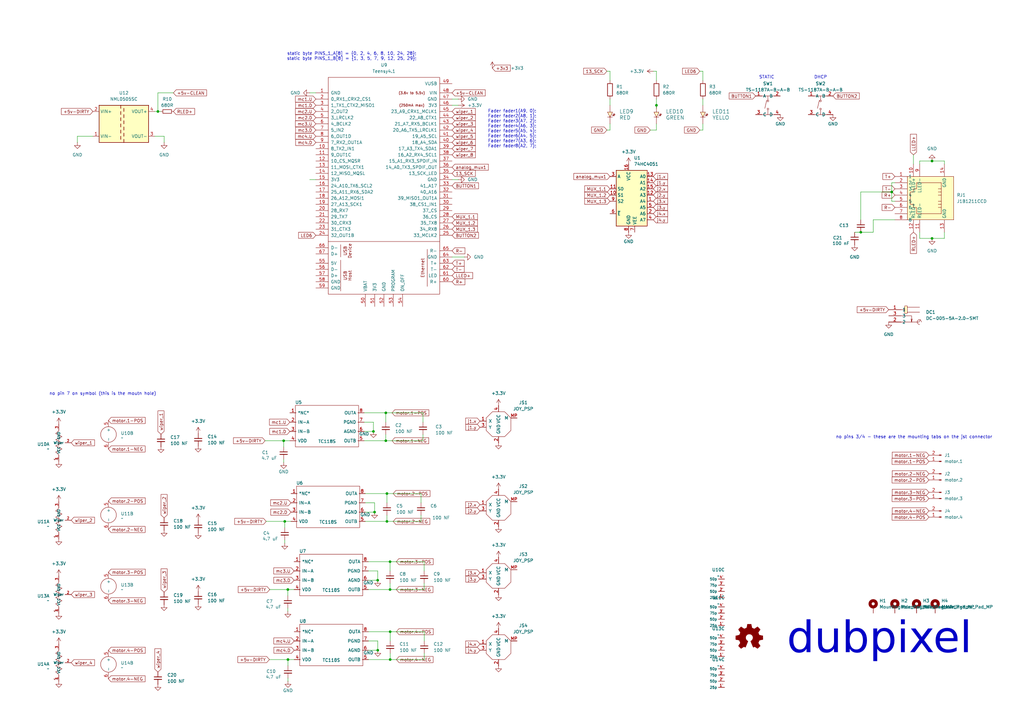
<source format=kicad_sch>
(kicad_sch (version 20231120) (generator "eeschema") (generator_version "8.0")
  (paper "A3")
  (title_block (title "dpx_faded_4_lyfe") (date "3.1.25") (rev "0.3.1"))
  (junction (at 158.2461 169.3327))
  (junction (at 154.94 266.7))
  (junction (at 153.1661 176.9527))
  (junction (at 153.6263 210.0441))
  (junction (at 154.8963 237.9841))
  (junction (at 118.11 270.51))
  (junction (at 269.24 43.18))
  (junction (at 159.9763 230.3641))
  (junction (at 116.7963 213.8541))
  (junction (at 158.7063 213.8541))
  (junction (at 116.3361 180.7627))
  (junction (at 382.27 97.79))
  (junction (at 160.02 259.08))
  (junction (at 118.0663 241.7941))
  (junction (at 160.02 270.51))
  (junction (at 158.7063 202.4241))
  (junction (at 382.27 66.04))
  (junction (at 159.9763 241.7941))
  (junction (at 158.2461 180.7627))
  (junction (at 365.76 78.74))
  (junction (at 64.77 45.72))
  (junction (at 353.06 95.25))
  (wire (pts (xy 116.7963 213.8541) (xy 119.3363 213.8541)))
  (wire (pts (xy 160.02 267.97) (xy 160.02 270.51)))
  (wire (pts (xy 64.77 45.72) (xy 66.04 45.72)))
  (wire (pts (xy 377.19 95.25) (xy 377.19 97.79)))
  (wire (pts (xy 367.03 90.17) (xy 358.14 90.17)))
  (wire (pts (xy 287.02 53.34) (xy 288.29 53.34)) (stroke (width 0.1524)))
  (wire (pts (xy 149.3561 180.7627) (xy 158.2461 180.7627)))
  (wire (pts (xy 118.11 278.13) (xy 118.11 279.4)))
  (wire (pts (xy 159.9763 230.3641) (xy 173.9463 230.3641)))
  (wire (pts (xy 185.42 105.41) (xy 190.5 105.41)))
  (wire (pts (xy 118.11 270.51) (xy 120.65 270.51)))
  (wire (pts (xy 159.9763 241.7941) (xy 173.9463 241.7941)))
  (wire (pts (xy 158.7063 211.3141) (xy 158.7063 213.8541)))
  (wire (pts (xy 118.0663 241.7941) (xy 118.0663 244.3341)))
  (wire (pts (xy 149.8163 202.4241) (xy 158.7063 202.4241)))
  (wire (pts (xy 248.92 29.21) (xy 250.19 29.21)))
  (wire (pts (xy 151.13 266.7) (xy 154.94 266.7)))
  (wire (pts (xy 250.19 53.34) (xy 248.92 53.34)))
  (wire (pts (xy 365.76 82.55) (xy 367.03 82.55)))
  (wire (pts (xy 160.02 259.08) (xy 160.02 262.89)))
  (wire (pts (xy 63.5 55.88) (xy 67.31 55.88)))
  (wire (pts (xy 67.31 55.88) (xy 67.31 58.42)))
  (wire (pts (xy 267.97 29.21) (xy 269.24 29.21)))
  (wire (pts (xy 108.7161 180.7627) (xy 116.3361 180.7627)))
  (wire (pts (xy 250.19 40.64) (xy 250.19 43.18)))
  (wire (pts (xy 116.3361 180.7627) (xy 116.3361 183.3027)))
  (wire (pts (xy 151.0863 234.1741) (xy 154.8963 234.1741)))
  (wire (pts (xy 158.2461 169.3327) (xy 173.4861 169.3327)))
  (wire (pts (xy 151.13 270.51) (xy 160.02 270.51)))
  (wire (pts (xy 151.13 259.08) (xy 160.02 259.08)))
  (wire (pts (xy 365.76 78.74) (xy 365.76 82.55)))
  (wire (pts (xy 358.14 90.17) (xy 358.14 95.25)))
  (wire (pts (xy 153.6263 206.2341) (xy 153.6263 210.0441)))
  (wire (pts (xy 149.8163 210.0441) (xy 153.6263 210.0441)))
  (wire (pts (xy 172.6763 213.8541) (xy 172.6763 211.3141)))
  (wire (pts (xy 109.1763 213.8541) (xy 116.7963 213.8541)))
  (wire (pts (xy 151.0863 230.3641) (xy 159.9763 230.3641)))
  (wire (pts (xy 269.24 40.64) (xy 269.24 43.18)))
  (wire (pts (xy 151.0863 241.7941) (xy 159.9763 241.7941)))
  (wire (pts (xy 116.3361 180.7627) (xy 118.8761 180.7627)))
  (wire (pts (xy 387.35 95.25) (xy 387.35 97.79)))
  (wire (pts (xy 118.0663 241.7941) (xy 120.6063 241.7941)))
  (wire (pts (xy 38.1 55.88) (xy 31.75 55.88)))
  (wire (pts (xy 185.42 73.66) (xy 187.96 73.66)))
  (wire (pts (xy 173.4861 173.1427) (xy 173.4861 169.3327)))
  (wire (pts (xy 269.24 50.8) (xy 269.24 53.34)))
  (wire (pts (xy 250.19 50.8) (xy 250.19 53.34)))
  (wire (pts (xy 266.7 53.34) (xy 269.24 53.34)))
  (wire (pts (xy 158.2461 180.7627) (xy 173.4861 180.7627)))
  (wire (pts (xy 377.19 97.79) (xy 382.27 97.79)))
  (wire (pts (xy 387.35 66.04) (xy 387.35 67.31)))
  (wire (pts (xy 172.6763 202.4241) (xy 172.6763 206.2341)))
  (wire (pts (xy 149.8163 206.2341) (xy 153.6263 206.2341)))
  (wire (pts (xy 127 38.1) (xy 129.54 38.1)))
  (wire (pts (xy 365.76 74.93) (xy 365.76 78.74)))
  (wire (pts (xy 185.42 43.18) (xy 187.96 43.18)))
  (wire (pts (xy 64.77 45.72) (xy 64.77 38.1)))
  (wire (pts (xy 353.06 78.74) (xy 365.76 78.74)))
  (wire (pts (xy 116.7963 221.4741) (xy 116.7963 222.7441)))
  (wire (pts (xy 149.3561 176.9527) (xy 153.1661 176.9527)))
  (wire (pts (xy 64.77 38.1) (xy 71.12 38.1)))
  (wire (pts (xy 173.9463 230.3641) (xy 173.9463 234.1741)))
  (wire (pts (xy 110.49 270.51) (xy 118.11 270.51)))
  (wire (pts (xy 185.42 40.64) (xy 187.96 40.64)))
  (wire (pts (xy 31.75 55.88) (xy 31.75 58.42)))
  (wire (pts (xy 288.29 40.64) (xy 288.29 43.18)))
  (wire (pts (xy 353.06 78.74) (xy 353.06 90.17)))
  (wire (pts (xy 173.99 270.51) (xy 173.99 267.97)))
  (wire (pts (xy 358.14 95.25) (xy 353.06 95.25)))
  (wire (pts (xy 158.2461 169.3327) (xy 158.2461 173.1427)))
  (wire (pts (xy 173.4861 180.7627) (xy 173.4861 178.2227)))
  (wire (pts (xy 158.7063 213.8541) (xy 172.6763 213.8541)))
  (wire (pts (xy 269.24 43.18) (xy 269.24 44.45)))
  (wire (pts (xy 149.8163 213.8541) (xy 158.7063 213.8541)))
  (wire (pts (xy 269.24 29.21) (xy 269.24 33.02)))
  (wire (pts (xy 173.99 259.08) (xy 173.99 262.89)))
  (wire (pts (xy 127 73.66) (xy 129.54 73.66)))
  (wire (pts (xy 149.3561 169.3327) (xy 158.2461 169.3327)))
  (wire (pts (xy 151.13 262.89) (xy 154.94 262.89)))
  (wire (pts (xy 116.7963 213.8541) (xy 116.7963 216.3941)))
  (wire (pts (xy 158.7063 202.4241) (xy 158.7063 206.2341)))
  (wire (pts (xy 374.65 67.31) (xy 374.65 63.5)))
  (wire (pts (xy 118.0663 249.4141) (xy 118.0663 250.6841)))
  (wire (pts (xy 160.02 259.08) (xy 173.99 259.08)))
  (wire (pts (xy 288.29 50.8) (xy 288.29 53.34)) (stroke (width 0.1524)))
  (wire (pts (xy 158.2461 178.2227) (xy 158.2461 180.7627)))
  (wire (pts (xy 250.19 29.21) (xy 250.19 33.02)))
  (wire (pts (xy 160.02 270.51) (xy 173.99 270.51)))
  (wire (pts (xy 382.27 97.79) (xy 387.35 97.79)))
  (wire (pts (xy 377.19 67.31) (xy 377.19 66.04)))
  (wire (pts (xy 382.27 66.04) (xy 387.35 66.04)))
  (wire (pts (xy 159.9763 239.2541) (xy 159.9763 241.7941)))
  (wire (pts (xy 153.1661 173.1427) (xy 153.1661 176.9527)))
  (wire (pts (xy 116.3361 188.3827) (xy 116.3361 189.6527)))
  (wire (pts (xy 110.4463 241.7941) (xy 118.0663 241.7941)))
  (wire (pts (xy 158.7063 202.4241) (xy 172.6763 202.4241)))
  (wire (pts (xy 173.9463 241.7941) (xy 173.9463 239.2541)))
  (wire (pts (xy 288.29 29.21) (xy 288.29 33.02)))
  (wire (pts (xy 287.02 29.21) (xy 288.29 29.21)))
  (wire (pts (xy 118.11 270.51) (xy 118.11 273.05)))
  (wire (pts (xy 63.5 45.72) (xy 64.77 45.72)))
  (wire (pts (xy 151.0863 237.9841) (xy 154.8963 237.9841)))
  (wire (pts (xy 159.9763 230.3641) (xy 159.9763 234.1741)))
  (wire (pts (xy 350.52 95.25) (xy 353.06 95.25)))
  (wire (pts (xy 149.3561 173.1427) (xy 153.1661 173.1427)))
  (wire (pts (xy 154.94 262.89) (xy 154.94 266.7)))
  (wire (pts (xy 367.03 74.93) (xy 365.76 74.93)))
  (wire (pts (xy 377.19 66.04) (xy 382.27 66.04)))
  (wire (pts (xy 154.8963 234.1741) (xy 154.8963 237.9841)))
  (text "DHCP" (at 336.55 31.75 0) (effects (font (size 1.27 1.27))))
  (text "dubpixel" (at 360.68 265.684 0) (effects (font (size 12.7 12.7))))
  (text "STATIC" (at 314.452 31.75 0) (effects (font (size 1.27 1.27))))
  (text "static byte PINS_1_A[8] = {0, 2, 4, 6, 8, 10, 24, 28};\nstatic byte PINS_1_B[8] = {1, 3, 5, 7, 9, 12, 25, 29};" (at 144.272 23.114 0) (effects (font (size 1.27 1.27))))
  (text "Fader fader1(A9, 0);\nFader fader2(A8, 1);\nFader fader3(A7, 2);\nFader fader4(A6, 3);\nFader fader5(A5, 4);\nFader fader6(A4, 5);\nFader fader7(A3, 6);\nFader fader8(A2, 7);\n\n" (at 210.058 53.848 0) (effects (font (size 1.27 1.27))))
  (text "no pin 7 on symbol (this is the moutn hole)\n" (at 42.164 161.544 0) (effects (font (size 1.27 1.27))))
  (text "no pins 3/4 - these are the mounting tabs on the jst connector" (at 374.904 179.324 0) (effects (font (size 1.27 1.27))))
  (global_label "+5v-DIRTY" (shape input) (at 108.7161 180.7627 180) (property "Intersheetrefs" "${INTERSHEET_REFS}" (effects (hide yes))))
  (global_label "+5v-DIRTY" (shape input) (at 38.1 45.72 180) (property "Intersheetrefs" "${INTERSHEET_REFS}" (effects (hide yes))))
  (global_label "motor.1-POS" (shape input) (at 381 189.23 180) (property "Intersheetrefs" "${INTERSHEET_REFS}" (effects (hide yes))))
  (global_label "motor.3-POS" (shape input) (at 381 204.47 180) (property "Intersheetrefs" "${INTERSHEET_REFS}" (effects (hide yes))))
  (global_label "mc4.D" (shape input) (at 120.65 266.7 180) (property "Intersheetrefs" "${INTERSHEET_REFS}" (effects (hide yes))))
  (global_label "motor.2-POS" (shape input) (at 44.4642 205.468 0) (property "Intersheetrefs" "${INTERSHEET_REFS}" (effects (hide yes))))
  (global_label "LED6" (shape input) (at 129.54 96.52 180) (property "Intersheetrefs" "${INTERSHEET_REFS}" (effects (hide yes))))
  (global_label "wiper_1" (shape input) (at 29.21 181.61 0) (property "Intersheetrefs" "${INTERSHEET_REFS}" (effects (hide yes))))
  (global_label "MUX_1.3" (shape input) (at 185.42 93.98 0) (property "Intersheetrefs" "${INTERSHEET_REFS}" (effects (hide yes))))
  (global_label "wiper_5" (shape input) (at 185.42 55.88 0) (property "Intersheetrefs" "${INTERSHEET_REFS}" (effects (hide yes))))
  (global_label "motor.2-NEG" (shape input) (at 44.45 217.17 0) (property "Intersheetrefs" "${INTERSHEET_REFS}" (effects (hide yes))))
  (global_label "j4.y" (shape input) (at 267.97 90.17 0) (property "Intersheetrefs" "${INTERSHEET_REFS}" (effects (hide yes))))
  (global_label "GND" (shape input) (at 266.7 53.34 180) (property "Intersheetrefs" "${INTERSHEET_REFS}" (effects (hide yes))))
  (global_label "j1.y" (shape input) (at 267.97 74.93 0) (property "Intersheetrefs" "${INTERSHEET_REFS}" (effects (hide yes))))
  (global_label "motor.1-NEG" (shape input) (at 160.7861 180.7627 0) (property "Intersheetrefs" "${INTERSHEET_REFS}" (effects (hide yes))))
  (global_label "j3.y" (shape input) (at 196.85 237.49 180) (property "Intersheetrefs" "${INTERSHEET_REFS}" (effects (hide yes))))
  (global_label "motor.1-POS" (shape input) (at 44.4642 172.448 0) (property "Intersheetrefs" "${INTERSHEET_REFS}" (effects (hide yes))))
  (global_label "motor.1-NEG" (shape input) (at 381 186.69 180) (property "Intersheetrefs" "${INTERSHEET_REFS}" (effects (hide yes))))
  (global_label "13_SCK" (shape input) (at 248.92 29.21 180) (property "Intersheetrefs" "${INTERSHEET_REFS}" (effects (hide yes))))
  (global_label "+5v-DIRTY" (shape input) (at 110.6257 241.7941 180) (property "Intersheetrefs" "${INTERSHEET_REFS}" (effects (hide yes))))
  (global_label "mc4.U" (shape input) (at 129.54 55.88 180) (property "Intersheetrefs" "${INTERSHEET_REFS}" (effects (hide yes))))
  (global_label "BUTTON1" (shape input) (at 309.88 39.37 180) (property "Intersheetrefs" "${INTERSHEET_REFS}" (effects (hide yes))))
  (global_label "wiper_6" (shape input) (at 185.42 58.42 0) (property "Intersheetrefs" "${INTERSHEET_REFS}" (effects (hide yes))))
  (global_label "j1.x" (shape input) (at 196.85 172.72 180) (property "Intersheetrefs" "${INTERSHEET_REFS}" (effects (hide yes))))
  (global_label "motor.2-NEG" (shape input) (at 161.2463 213.8541 0) (property "Intersheetrefs" "${INTERSHEET_REFS}" (effects (hide yes))))
  (global_label "RLED+" (shape input) (at 374.65 95.25 270) (property "Intersheetrefs" "${INTERSHEET_REFS}" (effects (hide yes))))
  (global_label "mc3.U" (shape input) (at 120.6063 234.1741 180) (property "Intersheetrefs" "${INTERSHEET_REFS}" (effects (hide yes))))
  (global_label "GND" (shape input) (at 248.92 53.34 180) (property "Intersheetrefs" "${INTERSHEET_REFS}" (effects (hide yes))))
  (global_label "motor.4-NEG" (shape input) (at 381 209.55 180) (property "Intersheetrefs" "${INTERSHEET_REFS}" (effects (hide yes))))
  (global_label "+3v3" (shape input) (at 201.93 27.94 0) (property "Intersheetrefs" "${INTERSHEET_REFS}" (effects (hide yes))))
  (global_label "BUTTON2" (shape input) (at 185.42 96.52 0) (property "Intersheetrefs" "${INTERSHEET_REFS}" (effects (hide yes))))
  (global_label "mc2.D" (shape input) (at 129.54 48.26 180) (property "Intersheetrefs" "${INTERSHEET_REFS}" (effects (hide yes))))
  (global_label "+5v-CLEAN" (shape input) (at 185.42 38.1 0) (property "Intersheetrefs" "${INTERSHEET_REFS}" (effects (hide yes))))
  (global_label "motor.2-POS" (shape input) (at 161.2463 202.4241 0) (property "Intersheetrefs" "${INTERSHEET_REFS}" (effects (hide yes))))
  (global_label "mc1.D" (shape input) (at 118.8761 176.9527 180) (property "Intersheetrefs" "${INTERSHEET_REFS}" (effects (hide yes))))
  (global_label "wiper_4" (shape input) (at 29.21 271.78 0) (property "Intersheetrefs" "${INTERSHEET_REFS}" (effects (hide yes))))
  (global_label "wiper_4" (shape input) (at 185.42 53.34 0) (property "Intersheetrefs" "${INTERSHEET_REFS}" (effects (hide yes))))
  (global_label "wiper_3" (shape input) (at 185.42 50.8 0) (property "Intersheetrefs" "${INTERSHEET_REFS}" (effects (hide yes))))
  (global_label "motor.3-NEG" (shape input) (at 162.5163 241.7941 0) (property "Intersheetrefs" "${INTERSHEET_REFS}" (effects (hide yes))))
  (global_label "motor.3-NEG" (shape input) (at 381 201.93 180) (property "Intersheetrefs" "${INTERSHEET_REFS}" (effects (hide yes))))
  (global_label "j1.x" (shape input) (at 267.97 72.39 0) (property "Intersheetrefs" "${INTERSHEET_REFS}" (effects (hide yes))))
  (global_label "MUX_1.3" (shape input) (at 250.19 82.55 180) (property "Intersheetrefs" "${INTERSHEET_REFS}" (effects (hide yes))))
  (global_label "R+" (shape input) (at 367.03 80.01 180) (property "Intersheetrefs" "${INTERSHEET_REFS}" (effects (hide yes))))
  (global_label "motor.4-POS" (shape input) (at 44.45 266.7 0) (property "Intersheetrefs" "${INTERSHEET_REFS}" (effects (hide yes))))
  (global_label "j4.y" (shape input) (at 196.85 266.7 180) (property "Intersheetrefs" "${INTERSHEET_REFS}" (effects (hide yes))))
  (global_label "wiper_3" (shape input) (at 67.2958 242.842 90) (property "Intersheetrefs" "${INTERSHEET_REFS}" (effects (hide yes))))
  (global_label "MUX_1.1" (shape input) (at 250.19 77.47 180) (property "Intersheetrefs" "${INTERSHEET_REFS}" (effects (hide yes))))
  (global_label "mc2.U" (shape input) (at 119.3363 206.2341 180) (property "Intersheetrefs" "${INTERSHEET_REFS}" (effects (hide yes))))
  (global_label "T-" (shape input) (at 367.03 77.47 180) (property "Intersheetrefs" "${INTERSHEET_REFS}" (effects (hide yes))))
  (global_label "T+" (shape input) (at 367.03 72.39 180) (property "Intersheetrefs" "${INTERSHEET_REFS}" (effects (hide yes))))
  (global_label "wiper_2" (shape input) (at 29.21 213.36 0) (property "Intersheetrefs" "${INTERSHEET_REFS}" (effects (hide yes))))
  (global_label "motor.4-NEG" (shape input) (at 44.4358 278.402 0) (property "Intersheetrefs" "${INTERSHEET_REFS}" (effects (hide yes))))
  (global_label "BUTTON1" (shape input) (at 185.42 76.2 0) (property "Intersheetrefs" "${INTERSHEET_REFS}" (effects (hide yes))))
  (global_label "+5v-DIRTY" (shape input) (at 109.1763 213.8541 180) (property "Intersheetrefs" "${INTERSHEET_REFS}" (effects (hide yes))))
  (global_label "wiper_4" (shape input) (at 64.77 275.59 90) (property "Intersheetrefs" "${INTERSHEET_REFS}" (effects (hide yes))))
  (global_label "mc1.D" (shape input) (at 129.54 43.18 180) (property "Intersheetrefs" "${INTERSHEET_REFS}" (effects (hide yes))))
  (global_label "wiper_7" (shape input) (at 185.42 60.96 0) (property "Intersheetrefs" "${INTERSHEET_REFS}" (effects (hide yes))))
  (global_label "motor.4-POS" (shape input) (at 162.56 259.08 0) (property "Intersheetrefs" "${INTERSHEET_REFS}" (effects (hide yes))))
  (global_label "motor.3-POS" (shape input) (at 44.4642 234.678 0) (property "Intersheetrefs" "${INTERSHEET_REFS}" (effects (hide yes))))
  (global_label "T+" (shape input) (at 185.42 107.95 0) (property "Intersheetrefs" "${INTERSHEET_REFS}" (effects (hide yes))))
  (global_label "GND" (shape input) (at 287.02 53.34 180) (property "Intersheetrefs" "${INTERSHEET_REFS}" (effects (hide yes))))
  (global_label "j2.x" (shape input) (at 196.85 207.01 180) (property "Intersheetrefs" "${INTERSHEET_REFS}" (effects (hide yes))))
  (global_label "LLED+" (shape input) (at 374.65 63.5 90) (property "Intersheetrefs" "${INTERSHEET_REFS}" (effects (hide yes))))
  (global_label "13_SCK" (shape input) (at 185.42 71.12 0) (property "Intersheetrefs" "${INTERSHEET_REFS}" (effects (hide yes))))
  (global_label "mc3.D" (shape input) (at 129.54 53.34 180) (property "Intersheetrefs" "${INTERSHEET_REFS}" (effects (hide yes))))
  (global_label "R+" (shape input) (at 185.42 115.57 0) (property "Intersheetrefs" "${INTERSHEET_REFS}" (effects (hide yes))))
  (global_label "wiper_2" (shape input) (at 67.2958 212.362 90) (property "Intersheetrefs" "${INTERSHEET_REFS}" (effects (hide yes))))
  (global_label "+5v-DIRTY" (shape input) (at 110.49 270.51 180) (property "Intersheetrefs" "${INTERSHEET_REFS}" (effects (hide yes))))
  (global_label "analog_mux1" (shape input) (at 250.19 72.39 180) (property "Intersheetrefs" "${INTERSHEET_REFS}" (effects (hide yes))))
  (global_label "motor.1-NEG" (shape input) (at 44.45 184.15 0) (property "Intersheetrefs" "${INTERSHEET_REFS}" (effects (hide yes))))
  (global_label "j3.x" (shape input) (at 196.85 234.95 180) (property "Intersheetrefs" "${INTERSHEET_REFS}" (effects (hide yes))))
  (global_label "wiper_1" (shape input) (at 185.42 45.72 0) (property "Intersheetrefs" "${INTERSHEET_REFS}" (effects (hide yes))))
  (global_label "mc1.U" (shape input) (at 118.8761 173.1427 180) (property "Intersheetrefs" "${INTERSHEET_REFS}" (effects (hide yes))))
  (global_label "motor.4-POS" (shape input) (at 381 212.09 180) (property "Intersheetrefs" "${INTERSHEET_REFS}" (effects (hide yes))))
  (global_label "j3.y" (shape input) (at 267.97 85.09 0) (property "Intersheetrefs" "${INTERSHEET_REFS}" (effects (hide yes))))
  (global_label "mc4.U" (shape input) (at 120.65 262.89 180) (property "Intersheetrefs" "${INTERSHEET_REFS}" (effects (hide yes))))
  (global_label "T-" (shape input) (at 185.42 110.49 0) (property "Intersheetrefs" "${INTERSHEET_REFS}" (effects (hide yes))))
  (global_label "RLED+" (shape input) (at 71.12 45.72 0) (property "Intersheetrefs" "${INTERSHEET_REFS}" (effects (hide yes))))
  (global_label "j4.x" (shape input) (at 267.97 87.63 0) (property "Intersheetrefs" "${INTERSHEET_REFS}" (effects (hide yes))))
  (global_label "j1.y" (shape input) (at 196.85 175.26 180) (property "Intersheetrefs" "${INTERSHEET_REFS}" (effects (hide yes))))
  (global_label "MUX_1.1" (shape input) (at 185.42 88.9 0) (property "Intersheetrefs" "${INTERSHEET_REFS}" (effects (hide yes))))
  (global_label "LED6" (shape input) (at 287.02 29.21 180) (property "Intersheetrefs" "${INTERSHEET_REFS}" (effects (hide yes))))
  (global_label "motor.1-POS" (shape input) (at 160.7861 169.3327 0) (property "Intersheetrefs" "${INTERSHEET_REFS}" (effects (hide yes))))
  (global_label "BUTTON2" (shape input) (at 341.63 39.37 0) (property "Intersheetrefs" "${INTERSHEET_REFS}" (effects (hide yes))))
  (global_label "j2.x" (shape input) (at 267.97 77.47 0) (property "Intersheetrefs" "${INTERSHEET_REFS}" (effects (hide yes))))
  (global_label "+5v-DIRTY" (shape input) (at 364.49 127 180) (property "Intersheetrefs" "${INTERSHEET_REFS}" (effects (hide yes))))
  (global_label "LLED+" (shape input) (at 185.42 113.03 0) (property "Intersheetrefs" "${INTERSHEET_REFS}" (effects (hide yes))))
  (global_label "motor.2-NEG" (shape input) (at 381 194.31 180) (property "Intersheetrefs" "${INTERSHEET_REFS}" (effects (hide yes))))
  (global_label "wiper_3" (shape input) (at 29.21 243.84 0) (property "Intersheetrefs" "${INTERSHEET_REFS}" (effects (hide yes))))
  (global_label "motor.3-POS" (shape input) (at 162.5163 230.3641 0) (property "Intersheetrefs" "${INTERSHEET_REFS}" (effects (hide yes))))
  (global_label "j2.y" (shape input) (at 267.97 80.01 0) (property "Intersheetrefs" "${INTERSHEET_REFS}" (effects (hide yes))))
  (global_label "motor.2-POS" (shape input) (at 381 196.85 180) (property "Intersheetrefs" "${INTERSHEET_REFS}" (effects (hide yes))))
  (global_label "mc2.D" (shape input) (at 119.3363 210.0441 180) (property "Intersheetrefs" "${INTERSHEET_REFS}" (effects (hide yes))))
  (global_label "R-" (shape input) (at 185.42 102.87 0) (property "Intersheetrefs" "${INTERSHEET_REFS}" (effects (hide yes))))
  (global_label "j3.x" (shape input) (at 267.97 82.55 0) (property "Intersheetrefs" "${INTERSHEET_REFS}" (effects (hide yes))))
  (global_label "analog_mux1" (shape input) (at 185.42 68.58 0) (property "Intersheetrefs" "${INTERSHEET_REFS}" (effects (hide yes))))
  (global_label "mc2.U" (shape input) (at 129.54 45.72 180) (property "Intersheetrefs" "${INTERSHEET_REFS}" (effects (hide yes))))
  (global_label "+5v-CLEAN" (shape input) (at 71.12 38.1 0) (property "Intersheetrefs" "${INTERSHEET_REFS}" (effects (hide yes))))
  (global_label "MUX_1.2" (shape input) (at 185.42 91.44 0) (property "Intersheetrefs" "${INTERSHEET_REFS}" (effects (hide yes))))
  (global_label "wiper_1" (shape input) (at 66.0258 178.072 90) (property "Intersheetrefs" "${INTERSHEET_REFS}" (effects (hide yes))))
  (global_label "motor.4-NEG" (shape input) (at 162.56 270.51 0) (property "Intersheetrefs" "${INTERSHEET_REFS}" (effects (hide yes))))
  (global_label "j4.x" (shape input) (at 196.85 264.16 180) (property "Intersheetrefs" "${INTERSHEET_REFS}" (effects (hide yes))))
  (global_label "j2.y" (shape input) (at 196.85 209.55 180) (property "Intersheetrefs" "${INTERSHEET_REFS}" (effects (hide yes))))
  (global_label "wiper_2" (shape input) (at 185.42 48.26 0) (property "Intersheetrefs" "${INTERSHEET_REFS}" (effects (hide yes))))
  (global_label "R-" (shape input) (at 367.03 85.09 180) (property "Intersheetrefs" "${INTERSHEET_REFS}" (effects (hide yes))))
  (global_label "mc3.U" (shape input) (at 129.54 50.8 180) (property "Intersheetrefs" "${INTERSHEET_REFS}" (effects (hide yes))))
  (global_label "mc3.D" (shape input) (at 120.6063 237.9841 180) (property "Intersheetrefs" "${INTERSHEET_REFS}" (effects (hide yes))))
  (global_label "motor.3-NEG" (shape input) (at 44.45 246.38 0) (property "Intersheetrefs" "${INTERSHEET_REFS}" (effects (hide yes))))
  (global_label "mc4.D" (shape input) (at 129.54 58.42 180) (property "Intersheetrefs" "${INTERSHEET_REFS}" (effects (hide yes))))
  (global_label "wiper_8" (shape input) (at 185.42 63.5 0) (property "Intersheetrefs" "${INTERSHEET_REFS}" (effects (hide yes))))
  (global_label "MUX_1.2" (shape input) (at 250.19 80.01 180) (property "Intersheetrefs" "${INTERSHEET_REFS}" (effects (hide yes))))
  (global_label "mc1.U" (shape input) (at 129.54 40.64 180) (property "Intersheetrefs" "${INTERSHEET_REFS}" (effects (hide yes))))
  (symbol (lib_id "DPX_CONTROL:JOYSTICK-PSP1K") (at 204.47 208.28 0) (unit 1)
    (property "Reference" "JS2" (at 214.63 199.4214 0))
    (property "Value" "JOY_PSP" (at 214.63 201.9614 0))
    (property "Footprint" "DPX_CONTROL:JOYSTICK-PSP1000_mars" (effects (hide yes)))
  )
  (symbol (lib_id "Device:C_Small") (at 81.28 245.11 0) (unit 1)
    (property "Reference" "C16" (at 85.09 243.8399 0) (effects (justify left)))
    (property "Value" "100 NF" (at 85.09 246.3799 0) (effects (justify left)))
    (property "Footprint" "Capacitor_SMD:C_0603_1608Metric_Pad1.08x0.95mm_HandSolder" (effects (hide yes)))
    (property "Description" "Unpolarized capacitor, small symbol" (effects (hide yes)))
    (property "LCSC" "C14663" (effects (hide yes)))
  )
  (symbol (lib_id "power:GND") (at 64.77 280.67 0) (unit 1)
    (property "Reference" "#PWR042" (effects (hide yes)))
    (property "Value" "GND" (effects (hide yes)))
    (property "Description" "Power symbol creates a global label with name \"GND\" , ground" (effects (hide yes)))
  )
  (symbol (lib_id "Device:C_Small") (at 116.7963 218.9341 0) (unit 1)
    (property "Reference" "C4" (at 107.9063 218.6801 0) (effects (justify left)))
    (property "Value" "4.7 uF" (at 107.6523 220.9661 0) (effects (justify left)))
    (property "Footprint" "Capacitor_SMD:C_1206_3216Metric_Pad1.33x1.80mm_HandSolder" (effects (hide yes)))
    (property "Description" "Unpolarized capacitor, small symbol" (effects (hide yes)))
    (property "LCSC" "C29823" (effects (hide yes)))
  )
  (symbol (lib_id "74xx:74HC4051") (at 257.81 80.01 0) (unit 1)
    (property "Reference" "U1" (at 260.0041 64.77 0) (effects (justify left)))
    (property "Value" "74HC4051" (at 260.0041 67.31 0) (effects (justify left)))
    (property "Footprint" "Package_SO:TSSOP-16_4.4x5mm_P0.65mm" (effects (hide yes)))
    (property "Datasheet" "http://www.ti.com/lit/ds/symlink/cd74hc4051.pdf" (effects (hide yes)))
    (property "Description" "8-channel analog multiplexer/demultiplexer, DIP-16/SOIC-16/TSSOP-16" (effects (hide yes)))
  )
  (symbol (lib_id "Device:C_Small") (at 66.0258 180.612 0) (unit 1)
    (property "Reference" "C17" (at 69.8358 179.3419 0) (effects (justify left)))
    (property "Value" "100 NF" (at 69.8358 181.8819 0) (effects (justify left)))
    (property "Footprint" "Capacitor_SMD:C_0603_1608Metric_Pad1.08x0.95mm_HandSolder" (effects (hide yes)))
    (property "Description" "Unpolarized capacitor, small symbol" (effects (hide yes)))
    (property "LCSC" "C14663" (effects (hide yes)))
  )
  (symbol (lib_id "Connector:Conn_01x02_Pin") (at 386.08 196.85 180) (unit 1)
    (property "Reference" "J2" (at 387.35 194.3099 0) (effects (justify right)))
    (property "Value" "motor.2" (at 387.35 196.8499 0) (effects (justify right)))
    (property "Footprint" "EasyEda-Automatic:CONN-SMD_PH2.0-1X2PW" (effects (hide yes)))
    (property "Description" "Generic connector, single row, 01x02, script generated" (effects (hide yes)))
    (property "LCSC" "C64658" (effects (hide yes)))
  )
  (symbol (lib_id "power:GND") (at 204.47 243.84 0) (unit 1)
    (property "Reference" "#PWR048" (effects (hide yes)))
    (property "Value" "GND" (effects (hide yes)))
    (property "Description" "Power symbol creates a global label with name \"GND\" , ground" (effects (hide yes)))
  )
  (symbol (lib_id "EasyEDA-AutoImport:TS-1187A-B-A-B") (at 314.96 41.91 0) (unit 1)
    (property "Reference" "SW1" (at 314.96 34.29 0))
    (property "Value" "TS-1187A-B-A-B" (at 314.96 36.83 0))
    (property "Footprint" "EasyEda-Automatic:SW-SMD_4P-L5.1-W5.1-P3.70-LS6.5-TL_H1.5" (effects (hide yes)))
    (property "Datasheet" "https://lcsc.com/product-detail/Tactile-Switches_XKB-Enterprise-TS-1187-B-A-A_C318884.html" (effects (hide yes)))
    (property "LCSC Part" "C318884" (effects (hide yes)))
    (property "LCSC" "C318884" (effects (hide yes)))
  )
  (symbol (lib_id "power:+3.3V") (at 81.28 242.57 0) (unit 1)
    (property "Reference" "#PWR036" (effects (hide yes)))
    (property "Value" "+3.3V" (at 81.28 237.49 0))
    (property "Description" "Power symbol creates a global label with name \"+3.3V\"" (effects (hide yes)))
  )
  (symbol (lib_id "Device:C_Small") (at 81.28 215.9 0) (unit 1)
    (property "Reference" "C15" (at 85.09 214.6299 0) (effects (justify left)))
    (property "Value" "100 NF" (at 85.09 217.1699 0) (effects (justify left)))
    (property "Footprint" "Capacitor_SMD:C_0603_1608Metric_Pad1.08x0.95mm_HandSolder" (effects (hide yes)))
    (property "Description" "Unpolarized capacitor, small symbol" (effects (hide yes)))
    (property "LCSC" "C14663" (effects (hide yes)))
  )
  (symbol (lib_id "power:GND") (at 187.96 73.66 90) (unit 1)
    (property "Reference" "#PWR027" (effects (hide yes)))
    (property "Value" "GND" (at 191.77 73.6599 90) (effects (justify right)))
    (property "Description" "Power symbol creates a global label with name \"GND\" , ground" (effects (hide yes)))
  )
  (symbol (lib_id "power:GND") (at 153.6263 210.0441 0) (unit 1)
    (property "Reference" "#PWR015" (effects (hide yes)))
    (property "Value" "GND" (at 149.8163 211.0601 0))
    (property "Description" "Power symbol creates a global label with name \"GND\" , ground" (effects (hide yes)))
  )
  (symbol (lib_id "power:GND") (at 382.27 97.79 0) (unit 1)
    (property "Reference" "#PWR029" (effects (hide yes)))
    (property "Value" "GND" (at 382.27 102.87 0))
    (property "Description" "Power symbol creates a global label with name \"GND\" , ground" (effects (hide yes)))
  )
  (symbol (lib_id "power:+3.3V") (at 187.96 43.18 270) (unit 1)
    (property "Reference" "#PWR022" (effects (hide yes)))
    (property "Value" "+3.3V" (at 191.77 43.1799 90) (effects (justify left)))
    (property "Description" "Power symbol creates a global label with name \"+3.3V\"" (effects (hide yes)))
  )
  (symbol (lib_id "Device:C_Small") (at 173.4861 175.6827 0) (unit 1)
    (property "Reference" "C3" (at 178.562 175.006 0) (effects (justify left)))
    (property "Value" "100 NF" (at 178.562 177.546 0) (effects (justify left)))
    (property "Footprint" "Capacitor_SMD:C_0603_1608Metric_Pad1.08x0.95mm_HandSolder" (effects (hide yes)))
    (property "Description" "Unpolarized capacitor, small symbol" (effects (hide yes)))
    (property "LCSC" "C14663" (effects (hide yes)))
  )
  (symbol (lib_id "power:GND") (at 116.3361 189.6527 0) (unit 1)
    (property "Reference" "#PWR010" (effects (hide yes)))
    (property "Value" "GND" (at 116.3361 193.4627 0))
    (property "Description" "Power symbol creates a global label with name \"GND\" , ground" (effects (hide yes)))
  )
  (symbol (lib_id "power:GND") (at 81.28 247.65 0) (unit 1)
    (property "Reference" "#PWR037" (effects (hide yes)))
    (property "Value" "GND" (effects (hide yes)))
    (property "Description" "Power symbol creates a global label with name \"GND\" , ground" (effects (hide yes)))
  )
  (symbol (lib_id "Device:C_Small") (at 160.02 265.43 0) (unit 1)
    (property "Reference" "C11" (at 163.83 264.1599 0) (effects (justify left)))
    (property "Value" "100 NF" (at 163.83 266.6999 0) (effects (justify left)))
    (property "Footprint" "Capacitor_SMD:C_0603_1608Metric_Pad1.08x0.95mm_HandSolder" (effects (hide yes)))
    (property "Description" "Unpolarized capacitor, small symbol" (effects (hide yes)))
    (property "LCSC" "C14663" (effects (hide yes)))
  )
  (symbol (lib_id "power:GND") (at 118.11 279.4 0) (unit 1)
    (property "Reference" "#PWR011" (effects (hide yes)))
    (property "Value" "GND" (at 118.11 283.21 0))
    (property "Description" "Power symbol creates a global label with name \"GND\" , ground" (effects (hide yes)))
  )
  (symbol (lib_id "Connector:Conn_01x02_Pin") (at 386.08 204.47 180) (unit 1)
    (property "Reference" "J3" (at 387.35 201.9299 0) (effects (justify right)))
    (property "Value" "motor.3" (at 387.35 204.4699 0) (effects (justify right)))
    (property "Footprint" "EasyEda-Automatic:CONN-SMD_PH2.0-1X2PW" (effects (hide yes)))
    (property "Description" "Generic connector, single row, 01x02, script generated" (effects (hide yes)))
    (property "LCSC" "C64658" (effects (hide yes)))
  )
  (symbol (lib_id "power:GND") (at 66.0258 183.152 0) (unit 1)
    (property "Reference" "#PWR019" (effects (hide yes)))
    (property "Value" "GND" (effects (hide yes)))
    (property "Description" "Power symbol creates a global label with name \"GND\" , ground" (effects (hide yes)))
  )
  (symbol (lib_id "Device:C_Small") (at 350.52 97.79 0) (unit 1)
    (property "Reference" "C21" (at 341.63 97.536 0) (effects (justify left)))
    (property "Value" "100 nF" (at 341.376 99.822 0) (effects (justify left)))
    (property "Footprint" "Capacitor_SMD:C_0805_2012Metric_Pad1.18x1.45mm_HandSolder" (effects (hide yes)))
    (property "Description" "Unpolarized capacitor, small symbol" (effects (hide yes)))
    (property "LCSC" "C14663" (effects (hide yes)))
  )
  (symbol (lib_id "power:GND") (at 31.75 58.42 0) (unit 1)
    (property "Reference" "#PWR01" (effects (hide yes)))
    (property "Value" "GND" (at 31.75 63.5 0))
    (property "Description" "Power symbol creates a global label with name \"GND\" , ground" (effects (hide yes)))
  )
  (symbol (lib_id "power:GND") (at 257.81 95.25 0) (unit 1)
    (property "Reference" "#PWR039" (effects (hide yes)))
    (property "Value" "GND" (at 257.81 99.06 0))
    (property "Description" "Power symbol creates a global label with name \"GND\" , ground" (effects (hide yes)))
  )
  (symbol (lib_id "DPX_POOP:R") (at 250.19 36.83 180) (unit 1)
    (property "Reference" "R1" (at 252.73 35.5599 0) (effects (justify right)))
    (property "Value" "680R" (at 252.73 38.0999 0) (effects (justify right)))
    (property "Footprint" "Resistor_SMD:R_0603_1608Metric_Pad0.98x0.95mm_HandSolder" (effects (hide yes)))
    (property "Description" "Resistor" (effects (hide yes)))
    (property "LCPART" "C23228" (effects (hide yes)))
    (property "LCSC" "C23228" (effects (hide yes)))
  )
  (symbol (lib_id "DPX_CONTROL:Behringer_X32_Fader_Motorized") (at 44.4358 272.052 0) (unit 2)
    (property "Reference" "U14" (at 49.5158 271.9159 0) (effects (justify left)))
    (property "Value" "~" (at 49.5158 273.821 0) (effects (justify left)))
    (property "Footprint" "DPX_CONTROL:Fader_behringerx32_b10k_100mm" (effects (hide yes)))
  )
  (symbol (lib_id "power:GND") (at 24.13 220.98 0) (unit 1)
    (property "Reference" "#PWR03" (effects (hide yes)))
    (property "Value" "GND" (effects (hide yes)))
    (property "Description" "Power symbol creates a global label with name \"GND\" , ground" (effects (hide yes)))
  )
  (symbol (lib_id "DPX_CONTROL:Behringer_X32_Fader_Motorized") (at 24.13 271.78 0) (unit 1)
    (property "Reference" "U14" (at 20.32 272.3586 0) (effects (justify right)))
    (property "Value" "~" (at 20.32 274.2637 0) (effects (justify right)))
    (property "Footprint" "DPX_CONTROL:Fader_behringerx32_b10k_100mm" (effects (hide yes)))
  )
  (symbol (lib_id "DPX_CONTROL:Behringer_X32_Fader_Motorized") (at 24.13 181.61 0) (unit 1)
    (property "Reference" "U10" (at 20.32 182.1886 0) (effects (justify right)))
    (property "Value" "~" (at 20.32 184.0937 0) (effects (justify right)))
    (property "Footprint" "DPX_CONTROL:Fader_behringerx32_b10k_100mm" (effects (hide yes)))
  )
  (symbol (lib_id "EasyEDA-AutoImport:DC-005-5A-2.0-SMT") (at 372.11 129.54 0) (mirror y) (unit 1)
    (property "Reference" "DC1" (at 379.73 128.0199 0) (effects (justify right)))
    (property "Value" "DC-005-5A-2.0-SMT" (at 379.73 130.5599 0) (effects (justify right)))
    (property "Footprint" "EasyEda-Automatic:DC-IN-TH_DC-005-5A-2.0-SMT" (effects (hide yes)))
    (property "Datasheet" "https://lcsc.com/product-detail/Power-Connectors_XKB-Enterprise-DC-005-5A-2-0-SMT_C319134.html" (effects (hide yes)))
    (property "LCSC Part" "C319134" (effects (hide yes)))
    (property "LCSC" "C319134" (effects (hide yes)))
  )
  (symbol (lib_id "power:+3.3V") (at 24.13 264.16 0) (unit 1)
    (property "Reference" "#PWR08" (effects (hide yes)))
    (property "Value" "+3.3V" (at 24.13 259.08 0))
    (property "Description" "Power symbol creates a global label with name \"+3.3V\"" (effects (hide yes)))
  )
  (symbol (lib_id "power:GND") (at 204.47 181.61 0) (unit 1)
    (property "Reference" "#PWR044" (effects (hide yes)))
    (property "Value" "GND" (effects (hide yes)))
    (property "Description" "Power symbol creates a global label with name \"GND\" , ground" (effects (hide yes)))
  )
  (symbol (lib_id "DPX_CONTROL:Behringer_X32_Fader_Motorized") (at 24.13 243.84 0) (unit 1)
    (property "Reference" "U13" (at 20.32 244.4186 0) (effects (justify right)))
    (property "Value" "~" (at 20.32 246.3237 0) (effects (justify right)))
    (property "Footprint" "DPX_CONTROL:Fader_behringerx32_b10k_100mm" (effects (hide yes)))
  )
  (symbol (lib_id "DPX_IC:TC118S") (at 134.1161 174.4127 0) (unit 1)
    (property "Reference" "U5" (at 122.4321 165.0147 0))
    (property "Value" "TC118S" (at 134.1161 181.0167 0))
    (property "Footprint" "EasyEda-Automatic:SOP-8_L4.9-W3.9-P1.27-LS6.0-BL" (effects (hide yes)))
    (property "LCSC" "C88308" (effects (hide yes)))
  )
  (symbol (lib_id "EasyEDA-AutoImport:J1B1211CCD") (at 379.73 82.55 270) (unit 1)
    (property "Reference" "RJ1" (at 392.43 80.0099 90) (effects (justify left)))
    (property "Value" "J1B1211CCD" (at 392.43 82.5499 90) (effects (justify left)))
    (property "Footprint" "EasyEda-Automatic:RJ45-TH_J1B1211CCD" (effects (hide yes)))
    (property "Datasheet" "https://lcsc.com/product-detail/Ethernet-Connectors-Modular-Connectors-RJ45-RJ11_WIZNET-J1B1211CCD_C910371.html" (effects (hide yes)))
    (property "LCSC Part" "C910371" (effects (hide yes)))
    (property "LCSC" "C910371" (effects (hide yes)))
  )
  (symbol (lib_id "DPX_CONTROL:Behringer_X32_Fader_Motorized") (at 44.45 177.8 0) (unit 2)
    (property "Reference" "U10" (at 49.53 177.6639 0) (effects (justify left)))
    (property "Value" "~" (at 49.53 179.569 0) (effects (justify left)))
    (property "Footprint" "DPX_CONTROL:Fader_behringerx32_b10k_100mm" (effects (hide yes)))
  )
  (symbol (lib_id "Mechanical:MountingHole_Pad_MP") (at 358.14 248.92 0) (unit 1) (in_bom no)
    (property "Reference" "H1" (at 360.68 246.3799 0) (effects (justify left)))
    (property "Value" "MountingHole_Pad_MP" (at 360.68 248.9199 0) (effects (justify left)))
    (property "Footprint" "MountingHole:MountingHole_4.3mm_M4_ISO14580" (effects (hide yes)))
    (property "Description" "Mounting Hole with connection as pad named MP" (effects (hide yes)))
  )
  (symbol (lib_id "power:GND") (at 24.13 279.4 0) (unit 1)
    (property "Reference" "#PWR020" (effects (hide yes)))
    (property "Value" "GND" (effects (hide yes)))
    (property "Description" "Power symbol creates a global label with name \"GND\" , ground" (effects (hide yes)))
  )
  (symbol (lib_id "power:+3V3") (at 201.93 27.94 0) (unit 1)
    (property "Reference" "#PWR054" (effects (hide yes)))
    (property "Value" "+3V3" (at 212.09 27.94 0))
    (property "Description" "Power symbol creates a global label with name \"+3V3\"" (effects (hide yes)))
  )
  (symbol (lib_id "DPX_LED:LED") (at 288.29 46.99 270) (unit 1)
    (property "Reference" "LED11" (at 292.1 45.7199 90) (effects (font (size 1.524 1.524)) (justify left)))
    (property "Value" "YELLO" (at 292.1 48.2599 90) (effects (font (size 1.524 1.524)) (justify left)))
    (property "Footprint" "DPX_LED:LED_0805_2012Metric_Pad1.15x1.40mm_HandSolder" (effects (hide yes)))
    (property "Description" "Light Emitting Diode" (effects (hide yes)))
    (property "LCPART" "C2296" (effects (hide yes)))
    (property "LCSC" "C2296" (effects (hide yes)))
  )
  (symbol (lib_id "DPX_EXPORT_DUMP1:R_Small") (at 68.58 45.72 270) (unit 1)
    (property "Reference" "R10" (at 68.58 40.64 90))
    (property "Value" "680R" (at 68.58 43.18 90))
    (property "Footprint" "Resistor_SMD:R_0603_1608Metric_Pad0.98x0.95mm_HandSolder" (effects (hide yes)))
    (property "Description" "Resistor, small symbol" (effects (hide yes)))
    (property "LCSC" "C23228" (effects (hide yes)))
  )
  (symbol (lib_id "power:GND") (at 116.7963 222.7441 0) (unit 1)
    (property "Reference" "#PWR014" (effects (hide yes)))
    (property "Value" "GND" (effects (hide yes)))
    (property "Description" "Power symbol creates a global label with name \"GND\" , ground" (effects (hide yes)))
  )
  (symbol (lib_id "power:GND") (at 364.49 132.08 0) (unit 1)
    (property "Reference" "#PWR031" (effects (hide yes)))
    (property "Value" "GND" (at 364.49 137.16 0))
    (property "Description" "Power symbol creates a global label with name \"GND\" , ground" (effects (hide yes)))
  )
  (symbol (lib_id "power:+3.3V") (at 24.13 236.22 0) (unit 1)
    (property "Reference" "#PWR07" (effects (hide yes)))
    (property "Value" "+3.3V" (at 24.13 231.14 0))
    (property "Description" "Power symbol creates a global label with name \"+3.3V\"" (effects (hide yes)))
  )
  (symbol (lib_id "power:+3.3V") (at 257.81 67.31 0) (unit 1)
    (property "Reference" "#PWR041" (effects (hide yes)))
    (property "Value" "+3.3V" (at 257.81 62.23 0))
    (property "Description" "Power symbol creates a global label with name \"+3.3V\"" (effects (hide yes)))
  )
  (symbol (lib_id "EasyEDA-AutoImport:TS-1187A-B-A-B") (at 336.55 41.91 0) (unit 1)
    (property "Reference" "SW2" (at 336.55 34.29 0))
    (property "Value" "TS-1187A-B-A-B" (at 336.55 36.83 0))
    (property "Footprint" "EasyEda-Automatic:SW-SMD_4P-L5.1-W5.1-P3.70-LS6.5-TL_H1.5" (effects (hide yes)))
    (property "Datasheet" "https://lcsc.com/product-detail/Tactile-Switches_XKB-Enterprise-TS-1187-B-A-A_C318884.html" (effects (hide yes)))
    (property "LCSC Part" "C318884" (effects (hide yes)))
    (property "LCSC" "C318884" (effects (hide yes)))
  )
  (symbol (lib_id "Device:C_Small") (at 81.28 180.34 0) (unit 1)
    (property "Reference" "C14" (at 85.09 179.0699 0) (effects (justify left)))
    (property "Value" "100 NF" (at 85.09 181.6099 0) (effects (justify left)))
    (property "Footprint" "Capacitor_SMD:C_0603_1608Metric_Pad1.08x0.95mm_HandSolder" (effects (hide yes)))
    (property "Description" "Unpolarized capacitor, small symbol" (effects (hide yes)))
    (property "LCSC" "C14663" (effects (hide yes)))
  )
  (symbol (lib_id "DPX_IC:TC118S") (at 135.8463 235.4441 0) (unit 1)
    (property "Reference" "U7" (at 124.1623 226.0461 0))
    (property "Value" "TC118S" (at 135.8463 242.0481 0))
    (property "Footprint" "EasyEda-Automatic:SOP-8_L4.9-W3.9-P1.27-LS6.0-BL" (effects (hide yes)))
    (property "LCSC" "C88308" (effects (hide yes)))
  )
  (symbol (lib_id "power:GND") (at 67.31 58.42 0) (unit 1)
    (property "Reference" "#PWR023" (effects (hide yes)))
    (property "Value" "GND" (at 67.31 63.5 0))
    (property "Description" "Power symbol creates a global label with name \"GND\" , ground" (effects (hide yes)))
  )
  (symbol (lib_id "power:GND") (at 320.04 46.99 0) (unit 1)
    (property "Reference" "#PWR09" (effects (hide yes)))
    (property "Value" "GND" (at 320.04 50.8 0))
    (property "Description" "Power symbol creates a global label with name \"GND\" , ground" (effects (hide yes)))
  )
  (symbol (lib_id "power:GND") (at 81.28 182.88 0) (unit 1)
    (property "Reference" "#PWR033" (effects (hide yes)))
    (property "Value" "GND" (effects (hide yes)))
    (property "Description" "Power symbol creates a global label with name \"GND\" , ground" (effects (hide yes)))
  )
  (symbol (lib_id "power:GND") (at 350.52 100.33 0) (unit 1)
    (property "Reference" "#PWR016" (effects (hide yes)))
    (property "Value" "GND" (at 350.52 105.41 0))
    (property "Description" "Power symbol creates a global label with name \"GND\" , ground" (effects (hide yes)))
  )
  (symbol (lib_id "DPX_CONTROL:Behringer_X32_Fader_Motorized") (at 307.34 284.48 0) (unit 3)
    (property "Reference" "U14" (at 294.64 270.51 0))
    (property "Value" "~" (at 294.64 273.05 0))
    (property "Footprint" "DPX_CONTROL:Fader_behringerx32_b10k_100mm" (effects (hide yes)))
  )
  (symbol (lib_id "teensy:Teensy4.1") (at 157.48 92.71 0) (unit 1)
    (property "Reference" "U9" (at 157.48 26.67 0))
    (property "Value" "Teensy4.1" (at 157.48 29.21 0))
    (property "Footprint" "DPX_IC:Teensy41_less_pins" (effects (hide yes)))
  )
  (symbol (lib_id "power:GND") (at 154.8963 237.9841 0) (unit 1)
    (property "Reference" "#PWR018" (effects (hide yes)))
    (property "Value" "GND" (at 151.0863 239.0001 0))
    (property "Description" "Power symbol creates a global label with name \"GND\" , ground" (effects (hide yes)))
  )
  (symbol (lib_id "power:+3.3V") (at 81.28 177.8 0) (unit 1)
    (property "Reference" "#PWR032" (effects (hide yes)))
    (property "Value" "+3.3V" (at 81.28 172.72 0))
    (property "Description" "Power symbol creates a global label with name \"+3.3V\"" (effects (hide yes)))
  )
  (symbol (lib_id "power:GND") (at 154.94 266.7 0) (unit 1)
    (property "Reference" "#PWR021" (effects (hide yes)))
    (property "Value" "GND" (at 151.13 267.716 0))
    (property "Description" "Power symbol creates a global label with name \"GND\" , ground" (effects (hide yes)))
  )
  (symbol (lib_id "DPX_CONTROL:JOYSTICK-PSP1K") (at 204.47 236.22 0) (unit 1)
    (property "Reference" "JS3" (at 214.63 227.3614 0))
    (property "Value" "JOY_PSP" (at 214.63 229.9014 0))
    (property "Footprint" "DPX_CONTROL:JOYSTICK-PSP1000_mars" (effects (hide yes)))
  )
  (symbol (lib_id "DPX_CONTROL:Behringer_X32_Fader_Motorized") (at 307.34 259.08 0) (unit 3)
    (property "Reference" "U11" (at 294.64 245.11 0))
    (property "Value" "~" (at 294.64 247.65 0))
    (property "Footprint" "DPX_CONTROL:Fader_behringerx32_b10k_100mm" (effects (hide yes)))
  )
  (symbol (lib_id "power:GND") (at 382.27 66.04 180) (unit 1)
    (property "Reference" "#PWR030" (effects (hide yes)))
    (property "Value" "GND" (at 382.27 60.96 0))
    (property "Description" "Power symbol creates a global label with name \"GND\" , ground" (effects (hide yes)))
  )
  (symbol (lib_id "power:+3.3V") (at 24.13 173.99 0) (unit 1)
    (property "Reference" "#PWR05" (effects (hide yes)))
    (property "Value" "+3.3V" (at 24.13 168.91 0))
    (property "Description" "Power symbol creates a global label with name \"+3.3V\"" (effects (hide yes)))
  )
  (symbol (lib_id "power:GND") (at 204.47 273.05 0) (unit 1)
    (property "Reference" "#PWR050" (effects (hide yes)))
    (property "Value" "GND" (effects (hide yes)))
    (property "Description" "Power symbol creates a global label with name \"GND\" , ground" (effects (hide yes)))
  )
  (symbol (lib_id "Device:C_Small") (at 67.2958 214.902 0) (unit 1)
    (property "Reference" "C18" (at 71.1058 213.6319 0) (effects (justify left)))
    (property "Value" "100 NF" (at 71.1058 216.1719 0) (effects (justify left)))
    (property "Footprint" "Capacitor_SMD:C_0603_1608Metric_Pad1.08x0.95mm_HandSolder" (effects (hide yes)))
    (property "Description" "Unpolarized capacitor, small symbol" (effects (hide yes)))
    (property "LCSC" "C14663" (effects (hide yes)))
  )
  (symbol (lib_id "power:GND") (at 67.2958 247.922 0) (unit 1)
    (property "Reference" "#PWR040" (effects (hide yes)))
    (property "Value" "GND" (effects (hide yes)))
    (property "Description" "Power symbol creates a global label with name \"GND\" , ground" (effects (hide yes)))
  )
  (symbol (lib_id "power:+3.3V") (at 204.47 257.81 0) (unit 1)
    (property "Reference" "#PWR049" (effects (hide yes)))
    (property "Value" "+3.3V" (at 204.47 252.73 0))
    (property "Description" "Power symbol creates a global label with name \"+3.3V\"" (effects (hide yes)))
  )
  (symbol (lib_id "power:+3.3V") (at 204.47 200.66 0) (unit 1)
    (property "Reference" "#PWR045" (effects (hide yes)))
    (property "Value" "+3.3V" (at 204.47 195.58 0))
    (property "Description" "Power symbol creates a global label with name \"+3.3V\"" (effects (hide yes)))
  )
  (symbol (lib_id "power:GND") (at 81.28 218.44 0) (unit 1)
    (property "Reference" "#PWR035" (effects (hide yes)))
    (property "Value" "GND" (effects (hide yes)))
    (property "Description" "Power symbol creates a global label with name \"GND\" , ground" (effects (hide yes)))
  )
  (symbol (lib_id "Device:C_Small") (at 173.99 265.43 0) (unit 1)
    (property "Reference" "C12" (at 177.8 264.1599 0) (effects (justify left)))
    (property "Value" "100 NF" (at 177.8 266.6999 0) (effects (justify left)))
    (property "Footprint" "Capacitor_SMD:C_0603_1608Metric_Pad1.08x0.95mm_HandSolder" (effects (hide yes)))
    (property "Description" "Unpolarized capacitor, small symbol" (effects (hide yes)))
    (property "LCSC" "C14663" (effects (hide yes)))
  )
  (symbol (lib_id "power:+3.3V") (at 204.47 166.37 0) (unit 1)
    (property "Reference" "#PWR043" (effects (hide yes)))
    (property "Value" "+3.3V" (at 204.47 161.29 0))
    (property "Description" "Power symbol creates a global label with name \"+3.3V\"" (effects (hide yes)))
  )
  (symbol (lib_id "power:+3.3V") (at 204.47 228.6 0) (unit 1)
    (property "Reference" "#PWR047" (effects (hide yes)))
    (property "Value" "+3.3V" (at 204.47 223.52 0))
    (property "Description" "Power symbol creates a global label with name \"+3.3V\"" (effects (hide yes)))
  )
  (symbol (lib_id "power:GND") (at 127 38.1 270) (unit 1)
    (property "Reference" "#PWR025" (effects (hide yes)))
    (property "Value" "GND" (at 123.19 38.0999 90) (effects (justify right)))
    (property "Description" "Power symbol creates a global label with name \"GND\" , ground" (effects (hide yes)))
  )
  (symbol (lib_id "Device:C_Small") (at 116.3361 185.8427 0) (unit 1)
    (property "Reference" "C1" (at 107.4461 185.5887 0) (effects (justify left)))
    (property "Value" "4.7 uF" (at 107.1921 187.8747 0) (effects (justify left)))
    (property "Footprint" "Capacitor_SMD:C_1206_3216Metric_Pad1.33x1.80mm_HandSolder" (effects (hide yes)))
    (property "Description" "Unpolarized capacitor, small symbol" (effects (hide yes)))
    (property "LCSC" "C29823" (effects (hide yes)))
  )
  (symbol (lib_id "DPX_CONTROL:Behringer_X32_Fader_Motorized") (at 307.34 271.78 0) (unit 3)
    (property "Reference" "U13" (at 294.64 257.81 0))
    (property "Value" "~" (at 294.64 260.35 0))
    (property "Footprint" "DPX_CONTROL:Fader_behringerx32_b10k_100mm" (effects (hide yes)))
  )
  (symbol (lib_id "Mechanical:MountingHole_Pad_MP") (at 383.54 248.92 0) (unit 1) (in_bom no)
    (property "Reference" "H4" (at 386.08 246.3799 0) (effects (justify left)))
    (property "Value" "MountingHole_Pad_MP" (at 386.08 248.9199 0) (effects (justify left)))
    (property "Footprint" "MountingHole:MountingHole_4.3mm_M4_ISO14580" (effects (hide yes)))
    (property "Description" "Mounting Hole with connection as pad named MP" (effects (hide yes)))
  )
  (symbol (lib_id "DPX_CONTROL:Behringer_X32_Fader_Motorized") (at 44.45 210.82 0) (unit 2)
    (property "Reference" "U11" (at 49.53 210.6839 0) (effects (justify left)))
    (property "Value" "~" (at 49.53 212.589 0) (effects (justify left)))
    (property "Footprint" "DPX_CONTROL:Fader_behringerx32_b10k_100mm" (effects (hide yes)))
  )
  (symbol (lib_id "Graphic:Logo_Open_Hardware_Small") (at 307.34 261.62 0) (unit 1) (in_bom no)
    (property "Reference" "SYM1" (effects (hide yes)))
    (property "Value" "Logo_Open_Hardware_Small" (effects (hide yes)))
    (property "Footprint" "DPX_LIBRARY:OSHW-LogoNT_7.3x6mm_Silk" (effects (hide yes)))
    (property "Description" "Open Hardware logo, small" (effects (hide yes)))
  )
  (symbol (lib_id "Device:C_Small") (at 118.0663 246.8741 0) (unit 1)
    (property "Reference" "C7" (at 109.1763 246.6201 0) (effects (justify left)))
    (property "Value" "4.7 uF" (at 108.9223 248.9061 0) (effects (justify left)))
    (property "Footprint" "Capacitor_SMD:C_1206_3216Metric_Pad1.33x1.80mm_HandSolder" (effects (hide yes)))
    (property "Description" "Unpolarized capacitor, small symbol" (effects (hide yes)))
    (property "LCSC" "C29823" (effects (hide yes)))
  )
  (symbol (lib_id "power:GND") (at 24.13 189.23 0) (unit 1)
    (property "Reference" "#PWR04" (effects (hide yes)))
    (property "Value" "GND" (effects (hide yes)))
    (property "Description" "Power symbol creates a global label with name \"GND\" , ground" (effects (hide yes)))
  )
  (symbol (lib_id "power:GND") (at 204.47 215.9 0) (unit 1)
    (property "Reference" "#PWR046" (effects (hide yes)))
    (property "Value" "GND" (effects (hide yes)))
    (property "Description" "Power symbol creates a global label with name \"GND\" , ground" (effects (hide yes)))
  )
  (symbol (lib_id "DPX_IC:NML0505SC") (at 50.8 50.8 0) (unit 1)
    (property "Reference" "U12" (at 50.8 38.1 0))
    (property "Value" "NML0505SC" (at 50.8 40.64 0))
    (property "Footprint" "DPX_IC:NML0505SC" (effects (hide yes)))
    (property "Datasheet" "https://www.murata.com/products/productdata/8807031308318/kdc-nml.pdf" (effects (hide yes)))
    (property "Description" "DC DC Converter 1 Output 5V 400mA 4.5V - 5.5V Input" (effects (hide yes)))
  )
  (symbol (lib_id "power:GND") (at 341.63 46.99 0) (unit 1)
    (property "Reference" "#PWR028" (effects (hide yes)))
    (property "Value" "GND" (at 341.63 50.8 0))
    (property "Description" "Power symbol creates a global label with name \"GND\" , ground" (effects (hide yes)))
  )
  (symbol (lib_id "Device:C_Small") (at 118.11 275.59 0) (unit 1)
    (property "Reference" "C10" (at 109.22 275.336 0) (effects (justify left)))
    (property "Value" "4.7 uF" (at 108.966 277.622 0) (effects (justify left)))
    (property "Footprint" "Capacitor_SMD:C_1206_3216Metric_Pad1.33x1.80mm_HandSolder" (effects (hide yes)))
    (property "Description" "Unpolarized capacitor, small symbol" (effects (hide yes)))
    (property "LCSC" "C29823" (effects (hide yes)))
  )
  (symbol (lib_id "power:+3.3V") (at 24.13 205.74 0) (unit 1)
    (property "Reference" "#PWR06" (effects (hide yes)))
    (property "Value" "+3.3V" (at 24.13 200.66 0))
    (property "Description" "Power symbol creates a global label with name \"+3.3V\"" (effects (hide yes)))
  )
  (symbol (lib_id "Connector:Conn_01x02_Pin") (at 386.08 212.09 180) (unit 1)
    (property "Reference" "J4" (at 387.35 209.5499 0) (effects (justify right)))
    (property "Value" "motor.4" (at 387.35 212.0899 0) (effects (justify right)))
    (property "Footprint" "EasyEda-Automatic:CONN-SMD_PH2.0-1X2PW" (effects (hide yes)))
    (property "Description" "Generic connector, single row, 01x02, script generated" (effects (hide yes)))
    (property "LCSC" "C64658" (effects (hide yes)))
  )
  (symbol (lib_id "Device:C_Small") (at 158.2461 175.6827 0) (unit 1)
    (property "Reference" "C2" (at 162.0561 174.4126 0) (effects (justify left)))
    (property "Value" "100 NF" (at 162.0561 176.9526 0) (effects (justify left)))
    (property "Footprint" "Capacitor_SMD:C_0603_1608Metric_Pad1.08x0.95mm_HandSolder" (effects (hide yes)))
    (property "Description" "Unpolarized capacitor, small symbol" (effects (hide yes)))
    (property "LCSC" "C14663" (effects (hide yes)))
  )
  (symbol (lib_id "Connector:Conn_01x02_Pin") (at 386.08 189.23 180) (unit 1)
    (property "Reference" "J1" (at 387.35 186.6899 0) (effects (justify right)))
    (property "Value" "motor.1" (at 387.35 189.2299 0) (effects (justify right)))
    (property "Footprint" "EasyEda-Automatic:CONN-SMD_PH2.0-1X2PW" (effects (hide yes)))
    (property "Description" "Generic connector, single row, 01x02, script generated" (effects (hide yes)))
    (property "LCSC" "C64658" (effects (hide yes)))
  )
  (symbol (lib_id "DPX_POOP:R") (at 269.24 36.83 180) (unit 1)
    (property "Reference" "R2" (at 271.78 35.5599 0) (effects (justify right)))
    (property "Value" "680R" (at 271.78 38.0999 0) (effects (justify right)))
    (property "Footprint" "Resistor_SMD:R_0603_1608Metric_Pad0.98x0.95mm_HandSolder" (effects (hide yes)))
    (property "Description" "Resistor" (effects (hide yes)))
    (property "LCPART" "C23228" (effects (hide yes)))
    (property "LCSC" "C23228" (effects (hide yes)))
  )
  (symbol (lib_id "Device:C_Small") (at 64.77 278.13 0) (unit 1)
    (property "Reference" "C20" (at 68.58 276.8599 0) (effects (justify left)))
    (property "Value" "100 NF" (at 68.58 279.3999 0) (effects (justify left)))
    (property "Footprint" "Capacitor_SMD:C_0603_1608Metric_Pad1.08x0.95mm_HandSolder" (effects (hide yes)))
    (property "Description" "Unpolarized capacitor, small symbol" (effects (hide yes)))
    (property "LCSC" "C14663" (effects (hide yes)))
  )
  (symbol (lib_id "power:GND") (at 187.96 40.64 90) (unit 1)
    (property "Reference" "#PWR024" (effects (hide yes)))
    (property "Value" "GND" (at 191.77 40.6399 90) (effects (justify right)))
    (property "Description" "Power symbol creates a global label with name \"GND\" , ground" (effects (hide yes)))
  )
  (symbol (lib_id "Mechanical:MountingHole_Pad_MP") (at 367.03 248.92 0) (unit 1) (in_bom no)
    (property "Reference" "H2" (at 369.57 246.3799 0) (effects (justify left)))
    (property "Value" "MountingHole_Pad_MP" (at 369.57 248.9199 0) (effects (justify left)))
    (property "Footprint" "MountingHole:MountingHole_4.3mm_M4_ISO14580" (effects (hide yes)))
    (property "Description" "Mounting Hole with connection as pad named MP" (effects (hide yes)))
  )
  (symbol (lib_id "DPX_LED:LED") (at 269.24 46.99 270) (unit 1)
    (property "Reference" "LED10" (at 273.05 45.7199 90) (effects (font (size 1.524 1.524)) (justify left)))
    (property "Value" "GREEN" (at 273.05 48.2599 90) (effects (font (size 1.524 1.524)) (justify left)))
    (property "Footprint" "DPX_LED:LED_0805_2012Metric_Pad1.15x1.40mm_HandSolder" (effects (hide yes)))
    (property "Description" "Light Emitting Diode" (effects (hide yes)))
    (property "LCPART" "C2297" (effects (hide yes)))
    (property "LCSC" "C2297" (effects (hide yes)))
  )
  (symbol (lib_id "power:GND") (at 153.1661 176.9527 0) (unit 1)
    (property "Reference" "#PWR012" (effects (hide yes)))
    (property "Value" "GND" (at 149.3561 177.9687 0))
    (property "Description" "Power symbol creates a global label with name \"GND\" , ground" (effects (hide yes)))
  )
  (symbol (lib_id "power:GND") (at 190.5 105.41 90) (unit 1)
    (property "Reference" "#PWR026" (effects (hide yes)))
    (property "Value" "GND" (at 194.31 105.4099 90) (effects (justify right)))
    (property "Description" "Power symbol creates a global label with name \"GND\" , ground" (effects (hide yes)))
  )
  (symbol (lib_id "DPX_IC:TC118S") (at 135.89 264.16 0) (unit 1)
    (property "Reference" "U8" (at 124.206 254.762 0))
    (property "Value" "TC118S" (at 135.89 270.764 0))
    (property "Footprint" "EasyEda-Automatic:SOP-8_L4.9-W3.9-P1.27-LS6.0-BL" (effects (hide yes)))
    (property "LCSC" "C88308" (effects (hide yes)))
  )
  (symbol (lib_id "Device:C_Small") (at 353.06 92.71 0) (unit 1)
    (property "Reference" "C13" (at 344.17 92.456 0) (effects (justify left)))
    (property "Value" "100 nF" (effects (hide yes)))
    (property "Footprint" "Capacitor_SMD:C_0805_2012Metric_Pad1.18x1.45mm_HandSolder" (effects (hide yes)))
    (property "Description" "Unpolarized capacitor, small symbol" (effects (hide yes)))
    (property "LCSC" "C14663" (effects (hide yes)))
  )
  (symbol (lib_id "power:+3.3V") (at 81.28 213.36 0) (unit 1)
    (property "Reference" "#PWR034" (effects (hide yes)))
    (property "Value" "+3.3V" (at 81.28 208.28 0))
    (property "Description" "Power symbol creates a global label with name \"+3.3V\"" (effects (hide yes)))
  )
  (symbol (lib_id "DPX_CONTROL:JOYSTICK-PSP1K") (at 204.47 265.43 0) (unit 1)
    (property "Reference" "JS4" (at 214.63 256.5714 0))
    (property "Value" "JOY_PSP" (at 214.63 259.1114 0))
    (property "Footprint" "DPX_CONTROL:JOYSTICK-PSP1000_mars" (effects (hide yes)))
  )
  (symbol (lib_id "DPX_CONTROL:Behringer_X32_Fader_Motorized") (at 307.34 247.65 0) (unit 3)
    (property "Reference" "U10" (at 294.64 233.68 0))
    (property "Value" "~" (at 294.64 236.22 0))
    (property "Footprint" "DPX_CONTROL:Fader_behringerx32_b10k_100mm" (effects (hide yes)))
  )
  (symbol (lib_id "Device:C_Small") (at 159.9763 236.7141 0) (unit 1)
    (property "Reference" "C8" (at 163.7863 235.444 0) (effects (justify left)))
    (property "Value" "100 NF" (at 163.7863 237.984 0) (effects (justify left)))
    (property "Footprint" "Capacitor_SMD:C_0603_1608Metric_Pad1.08x0.95mm_HandSolder" (effects (hide yes)))
    (property "Description" "Unpolarized capacitor, small symbol" (effects (hide yes)))
    (property "LCSC" "C14663" (effects (hide yes)))
  )
  (symbol (lib_id "Device:C_Small") (at 173.9463 236.7141 0) (unit 1)
    (property "Reference" "C9" (at 177.7563 235.444 0) (effects (justify left)))
    (property "Value" "100 NF" (at 177.7563 237.984 0) (effects (justify left)))
    (property "Footprint" "Capacitor_SMD:C_0603_1608Metric_Pad1.08x0.95mm_HandSolder" (effects (hide yes)))
    (property "Description" "Unpolarized capacitor, small symbol" (effects (hide yes)))
    (property "LCSC" "C14663" (effects (hide yes)))
  )
  (symbol (lib_id "power:GND") (at 118.0663 250.6841 0) (unit 1)
    (property "Reference" "#PWR017" (effects (hide yes)))
    (property "Value" "GND" (effects (hide yes)))
    (property "Description" "Power symbol creates a global label with name \"GND\" , ground" (effects (hide yes)))
  )
  (symbol (lib_id "DPX_CONTROL:Behringer_X32_Fader_Motorized") (at 44.45 240.03 0) (unit 2)
    (property "Reference" "U13" (at 49.53 239.8939 0) (effects (justify left)))
    (property "Value" "~" (at 49.53 241.799 0) (effects (justify left)))
    (property "Footprint" "DPX_CONTROL:Fader_behringerx32_b10k_100mm" (effects (hide yes)))
  )
  (symbol (lib_id "Device:C_Small") (at 172.6763 208.7741 0) (unit 1)
    (property "Reference" "C6" (at 176.4863 207.504 0) (effects (justify left)))
    (property "Value" "100 NF" (at 177.292 212.344 0) (effects (justify left)))
    (property "Footprint" "Capacitor_SMD:C_0603_1608Metric_Pad1.08x0.95mm_HandSolder" (effects (hide yes)))
    (property "Description" "Unpolarized capacitor, small symbol" (effects (hide yes)))
    (property "LCSC" "C14663" (effects (hide yes)))
  )
  (symbol (lib_id "Mechanical:MountingHole_Pad_MP") (at 375.92 248.92 0) (unit 1) (in_bom no)
    (property "Reference" "H3" (at 378.46 246.3799 0) (effects (justify left)))
    (property "Value" "MountingHole_Pad_MP" (at 378.46 248.9199 0) (effects (justify left)))
    (property "Footprint" "MountingHole:MountingHole_4.3mm_M4_ISO14580" (effects (hide yes)))
    (property "Description" "Mounting Hole with connection as pad named MP" (effects (hide yes)))
  )
  (symbol (lib_id "Device:C_Small") (at 158.7063 208.7741 0) (unit 1)
    (property "Reference" "C5" (at 162.5163 207.504 0) (effects (justify left)))
    (property "Value" "100 NF" (at 162.5163 210.044 0) (effects (justify left)))
    (property "Footprint" "Capacitor_SMD:C_0603_1608Metric_Pad1.08x0.95mm_HandSolder" (effects (hide yes)))
    (property "Description" "Unpolarized capacitor, small symbol" (effects (hide yes)))
    (property "LCSC" "C14663" (effects (hide yes)))
  )
  (symbol (lib_id "power:GND") (at 24.13 251.46 0) (unit 1)
    (property "Reference" "#PWR02" (effects (hide yes)))
    (property "Value" "GND" (effects (hide yes)))
    (property "Description" "Power symbol creates a global label with name \"GND\" , ground" (effects (hide yes)))
  )
  (symbol (lib_id "DPX_IC:TC118S") (at 134.5763 207.5041 0) (unit 1)
    (property "Reference" "U6" (at 122.8923 198.1061 0))
    (property "Value" "TC118S" (at 134.5763 214.1081 0))
    (property "Footprint" "EasyEda-Automatic:SOP-8_L4.9-W3.9-P1.27-LS6.0-BL" (effects (hide yes)))
    (property "LCSC" "C88308" (effects (hide yes)))
  )
  (symbol (lib_id "DPX_CONTROL:JOYSTICK-PSP1K") (at 204.47 173.99 0) (unit 1)
    (property "Reference" "JS1" (at 214.63 165.1314 0))
    (property "Value" "JOY_PSP" (at 214.63 167.6714 0))
    (property "Footprint" "DPX_CONTROL:JOYSTICK-PSP1000_mars" (effects (hide yes)))
  )
  (symbol (lib_id "DPX_POOP:R") (at 288.29 36.83 180) (unit 1)
    (property "Reference" "R3" (at 290.83 35.5599 0) (effects (justify right)))
    (property "Value" "680R" (at 290.83 38.0999 0) (effects (justify right)))
    (property "Footprint" "Resistor_SMD:R_0603_1608Metric_Pad0.98x0.95mm_HandSolder" (effects (hide yes)))
    (property "Description" "Resistor" (effects (hide yes)))
    (property "LCPART" "C23228" (effects (hide yes)))
    (property "LCSC" "C23228" (effects (hide yes)))
  )
  (symbol (lib_id "DPX_CONTROL:Behringer_X32_Fader_Motorized") (at 24.13 213.36 0) (unit 1)
    (property "Reference" "U11" (at 20.32 213.9386 0) (effects (justify right)))
    (property "Value" "~" (at 20.32 215.8437 0) (effects (justify right)))
    (property "Footprint" "DPX_CONTROL:Fader_behringerx32_b10k_100mm" (effects (hide yes)))
  )
  (symbol (lib_id "DPX_LED:LED") (at 250.19 46.99 270) (unit 1)
    (property "Reference" "LED9" (at 254 45.7199 90) (effects (font (size 1.524 1.524)) (justify left)))
    (property "Value" "RED" (at 254 48.2599 90) (effects (font (size 1.524 1.524)) (justify left)))
    (property "Footprint" "DPX_LED:LED_0805_2012Metric_Pad1.15x1.40mm_HandSolder" (effects (hide yes)))
    (property "Description" "Light Emitting Diode" (effects (hide yes)))
    (property "LCPART" "C2296" (effects (hide yes)))
    (property "LCSC" "C84256" (effects (hide yes)))
  )
  (symbol (lib_id "Device:C_Small") (at 67.2958 245.382 0) (unit 1)
    (property "Reference" "C19" (at 71.1058 244.1119 0) (effects (justify left)))
    (property "Value" "100 NF" (at 71.1058 246.6519 0) (effects (justify left)))
    (property "Footprint" "Capacitor_SMD:C_0603_1608Metric_Pad1.08x0.95mm_HandSolder" (effects (hide yes)))
    (property "Description" "Unpolarized capacitor, small symbol" (effects (hide yes)))
    (property "LCSC" "C14663" (effects (hide yes)))
  )
  (symbol (lib_id "power:GND") (at 67.2958 217.442 0) (unit 1)
    (property "Reference" "#PWR038" (effects (hide yes)))
    (property "Value" "GND" (effects (hide yes)))
    (property "Description" "Power symbol creates a global label with name \"GND\" , ground" (effects (hide yes)))
  )
  (symbol (lib_id "power:+3.3V") (at 267.97 29.21 90) (unit 1)
    (property "Reference" "#PWR013" (effects (hide yes)))
    (property "Value" "+3.3V" (at 264.16 29.2099 90) (effects (justify left)))
    (property "Description" "Power symbol creates a global label with name \"+3.3V\"" (effects (hide yes)))
  )
)
</source>
